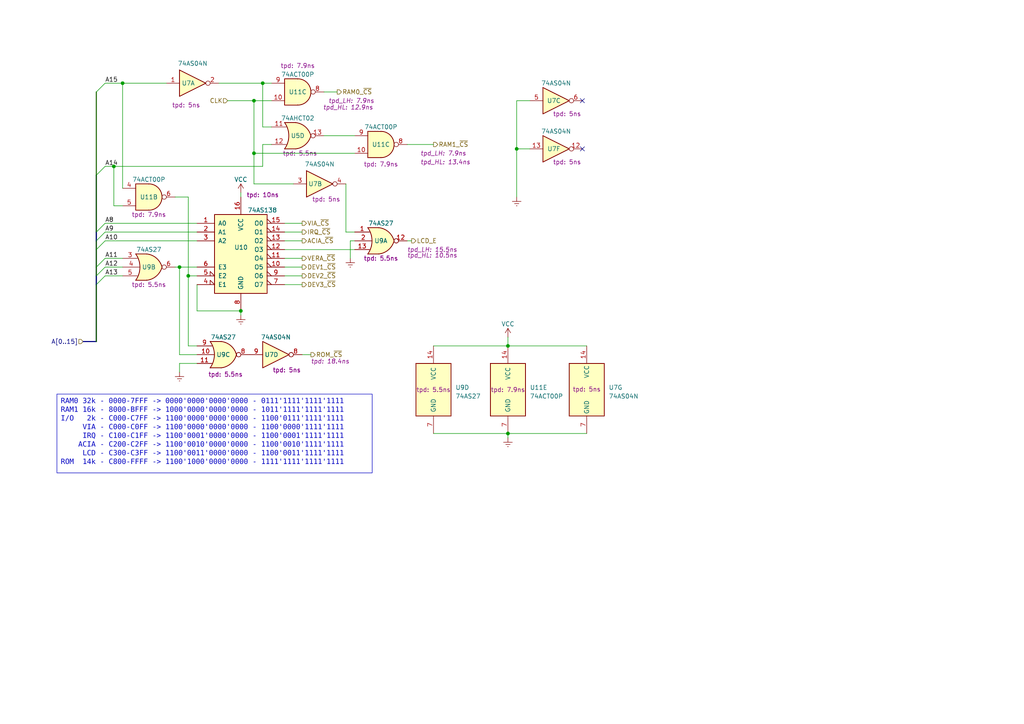
<source format=kicad_sch>
(kicad_sch (version 20230121) (generator eeschema)
  (paper "A4")
  (lib_symbols
    (symbol "74xx:74HCT00" (pin_names (offset 1.016))
      (property "Reference" "U" (at 0 1.27 0))
      (property "Value" "74HCT00" (at 0 -1.27 0))
      (symbol "74HCT00_1_1"
        (arc (start 0 -3.81) (mid 3.7934 0) (end 0 3.81) (stroke (width 0.254)) (fill (type background)))
        (polyline (pts (xy 0 3.81) (xy -3.81 3.81) (xy -3.81 -3.81) (xy 0 -3.81)) (stroke (width 0.254)) (fill (type background)))
        (pin input line (at -7.62 2.54 0) (length 3.81) (name "~") (number "1"))
        (pin input line (at -7.62 -2.54 0) (length 3.81) (name "~") (number "2"))
        (pin output inverted (at 7.62 0 180) (length 3.81) (name "~") (number "3"))
      )
      (symbol "74HCT00_1_2"
        (arc (start -3.81 -3.81) (mid -2.589 0) (end -3.81 3.81) (stroke (width 0.254)))
        (arc (start -0.6096 -3.81) (mid 2.1842 -2.5851) (end 3.81 0) (stroke (width 0.254)) (fill (type background)))
        (polyline (pts (xy -3.81 -3.81) (xy -0.635 -3.81)) (stroke (width 0.254)) (fill (type background)))
        (polyline (pts (xy -3.81 3.81) (xy -0.635 3.81)) (stroke (width 0.254)) (fill (type background)))
        (polyline (pts (xy -0.635 3.81) (xy -3.81 3.81) (xy -3.81 3.81) (xy -3.556 3.4036) (xy -3.0226 2.2606) (xy -2.6924 1.0414) (xy -2.6162 -0.254) (xy -2.7686 -1.4986) (xy -3.175 -2.7178) (xy -3.81 -3.81) (xy -3.81 -3.81) (xy -0.635 -3.81)) (stroke (width -25.4)) (fill (type background)))
        (arc (start 3.81 0) (mid 2.1915 2.5936) (end -0.6096 3.81) (stroke (width 0.254)) (fill (type background)))
        (pin input inverted (at -7.62 2.54 0) (length 4.318) (name "~") (number "1"))
        (pin input inverted (at -7.62 -2.54 0) (length 4.318) (name "~") (number "2"))
        (pin output line (at 7.62 0 180) (length 3.81) (name "~") (number "3"))
      )
      (symbol "74HCT00_2_1"
        (arc (start 0 -3.81) (mid 3.7934 0) (end 0 3.81) (stroke (width 0.254)) (fill (type background)))
        (polyline (pts (xy 0 3.81) (xy -3.81 3.81) (xy -3.81 -3.81) (xy 0 -3.81)) (stroke (width 0.254)) (fill (type background)))
        (pin input line (at -7.62 2.54 0) (length 3.81) (name "~") (number "4"))
        (pin input line (at -7.62 -2.54 0) (length 3.81) (name "~") (number "5"))
        (pin output inverted (at 7.62 0 180) (length 3.81) (name "~") (number "6"))
      )
      (symbol "74HCT00_2_2"
        (arc (start -3.81 -3.81) (mid -2.589 0) (end -3.81 3.81) (stroke (width 0.254)))
        (arc (start -0.6096 -3.81) (mid 2.1842 -2.5851) (end 3.81 0) (stroke (width 0.254)) (fill (type background)))
        (polyline (pts (xy -3.81 -3.81) (xy -0.635 -3.81)) (stroke (width 0.254)) (fill (type background)))
        (polyline (pts (xy -3.81 3.81) (xy -0.635 3.81)) (stroke (width 0.254)) (fill (type background)))
        (polyline (pts (xy -0.635 3.81) (xy -3.81 3.81) (xy -3.81 3.81) (xy -3.556 3.4036) (xy -3.0226 2.2606) (xy -2.6924 1.0414) (xy -2.6162 -0.254) (xy -2.7686 -1.4986) (xy -3.175 -2.7178) (xy -3.81 -3.81) (xy -3.81 -3.81) (xy -0.635 -3.81)) (stroke (width -25.4)) (fill (type background)))
        (arc (start 3.81 0) (mid 2.1915 2.5936) (end -0.6096 3.81) (stroke (width 0.254)) (fill (type background)))
        (pin input inverted (at -7.62 2.54 0) (length 4.318) (name "~") (number "4"))
        (pin input inverted (at -7.62 -2.54 0) (length 4.318) (name "~") (number "5"))
        (pin output line (at 7.62 0 180) (length 3.81) (name "~") (number "6"))
      )
      (symbol "74HCT00_3_1"
        (arc (start 0 -3.81) (mid 3.7934 0) (end 0 3.81) (stroke (width 0.254)) (fill (type background)))
        (polyline (pts (xy 0 3.81) (xy -3.81 3.81) (xy -3.81 -3.81) (xy 0 -3.81)) (stroke (width 0.254)) (fill (type background)))
        (pin input line (at -7.62 -2.54 0) (length 3.81) (name "~") (number "10"))
        (pin output inverted (at 7.62 0 180) (length 3.81) (name "~") (number "8"))
        (pin input line (at -7.62 2.54 0) (length 3.81) (name "~") (number "9"))
      )
      (symbol "74HCT00_3_2"
        (arc (start -3.81 -3.81) (mid -2.589 0) (end -3.81 3.81) (stroke (width 0.254)))
        (arc (start -0.6096 -3.81) (mid 2.1842 -2.5851) (end 3.81 0) (stroke (width 0.254)) (fill (type background)))
        (polyline (pts (xy -3.81 -3.81) (xy -0.635 -3.81)) (stroke (width 0.254)) (fill (type background)))
        (polyline (pts (xy -3.81 3.81) (xy -0.635 3.81)) (stroke (width 0.254)) (fill (type background)))
        (polyline (pts (xy -0.635 3.81) (xy -3.81 3.81) (xy -3.81 3.81) (xy -3.556 3.4036) (xy -3.0226 2.2606) (xy -2.6924 1.0414) (xy -2.6162 -0.254) (xy -2.7686 -1.4986) (xy -3.175 -2.7178) (xy -3.81 -3.81) (xy -3.81 -3.81) (xy -0.635 -3.81)) (stroke (width -25.4)) (fill (type background)))
        (arc (start 3.81 0) (mid 2.1915 2.5936) (end -0.6096 3.81) (stroke (width 0.254)) (fill (type background)))
        (pin input inverted (at -7.62 -2.54 0) (length 4.318) (name "~") (number "10"))
        (pin output line (at 7.62 0 180) (length 3.81) (name "~") (number "8"))
        (pin input inverted (at -7.62 2.54 0) (length 4.318) (name "~") (number "9"))
      )
      (symbol "74HCT00_4_1"
        (arc (start 0 -3.81) (mid 3.7934 0) (end 0 3.81) (stroke (width 0.254)) (fill (type background)))
        (polyline (pts (xy 0 3.81) (xy -3.81 3.81) (xy -3.81 -3.81) (xy 0 -3.81)) (stroke (width 0.254)) (fill (type background)))
        (pin output inverted (at 7.62 0 180) (length 3.81) (name "~") (number "11"))
        (pin input line (at -7.62 2.54 0) (length 3.81) (name "~") (number "12"))
        (pin input line (at -7.62 -2.54 0) (length 3.81) (name "~") (number "13"))
      )
      (symbol "74HCT00_4_2"
        (arc (start -3.81 -3.81) (mid -2.589 0) (end -3.81 3.81) (stroke (width 0.254)))
        (arc (start -0.6096 -3.81) (mid 2.1842 -2.5851) (end 3.81 0) (stroke (width 0.254)) (fill (type background)))
        (polyline (pts (xy -3.81 -3.81) (xy -0.635 -3.81)) (stroke (width 0.254)) (fill (type background)))
        (polyline (pts (xy -3.81 3.81) (xy -0.635 3.81)) (stroke (width 0.254)) (fill (type background)))
        (polyline (pts (xy -0.635 3.81) (xy -3.81 3.81) (xy -3.81 3.81) (xy -3.556 3.4036) (xy -3.0226 2.2606) (xy -2.6924 1.0414) (xy -2.6162 -0.254) (xy -2.7686 -1.4986) (xy -3.175 -2.7178) (xy -3.81 -3.81) (xy -3.81 -3.81) (xy -0.635 -3.81)) (stroke (width -25.4)) (fill (type background)))
        (arc (start 3.81 0) (mid 2.1915 2.5936) (end -0.6096 3.81) (stroke (width 0.254)) (fill (type background)))
        (pin output line (at 7.62 0 180) (length 3.81) (name "~") (number "11"))
        (pin input inverted (at -7.62 2.54 0) (length 4.318) (name "~") (number "12"))
        (pin input inverted (at -7.62 -2.54 0) (length 4.318) (name "~") (number "13"))
      )
      (symbol "74HCT00_5_0"
        (pin power_in line (at 0 12.7 270) (length 5.08) (name "VCC") (number "14"))
        (pin power_in line (at 0 -12.7 90) (length 5.08) (name "GND") (number "7"))
      )
      (symbol "74HCT00_5_1"
        (rectangle (start -5.08 7.62) (end 5.08 -7.62) (stroke (width 0.254)) (fill (type background)))
      )
    )
    (symbol "74xx:74HCT02" (pin_names (offset 1.016))
      (property "Reference" "U" (at 0 1.27 0))
      (property "Value" "74HCT02" (at 0 -1.27 0))
      (symbol "74HCT02_1_1"
        (arc (start -3.81 -3.81) (mid -2.589 0) (end -3.81 3.81) (stroke (width 0.254)))
        (arc (start -0.6096 -3.81) (mid 2.1842 -2.5851) (end 3.81 0) (stroke (width 0.254)) (fill (type background)))
        (polyline (pts (xy -3.81 -3.81) (xy -0.635 -3.81)) (stroke (width 0.254)) (fill (type background)))
        (polyline (pts (xy -3.81 3.81) (xy -0.635 3.81)) (stroke (width 0.254)) (fill (type background)))
        (polyline (pts (xy -0.635 3.81) (xy -3.81 3.81) (xy -3.81 3.81) (xy -3.556 3.4036) (xy -3.0226 2.2606) (xy -2.6924 1.0414) (xy -2.6162 -0.254) (xy -2.7686 -1.4986) (xy -3.175 -2.7178) (xy -3.81 -3.81) (xy -3.81 -3.81) (xy -0.635 -3.81)) (stroke (width -25.4)) (fill (type background)))
        (arc (start 3.81 0) (mid 2.1915 2.5936) (end -0.6096 3.81) (stroke (width 0.254)) (fill (type background)))
        (pin output inverted (at 7.62 0 180) (length 3.81) (name "~") (number "1"))
        (pin input line (at -7.62 2.54 0) (length 4.318) (name "~") (number "2"))
        (pin input line (at -7.62 -2.54 0) (length 4.318) (name "~") (number "3"))
      )
      (symbol "74HCT02_1_2"
        (arc (start 0 -3.81) (mid 3.7934 0) (end 0 3.81) (stroke (width 0.254)) (fill (type background)))
        (polyline (pts (xy 0 3.81) (xy -3.81 3.81) (xy -3.81 -3.81) (xy 0 -3.81)) (stroke (width 0.254)) (fill (type background)))
        (pin output line (at 7.62 0 180) (length 3.81) (name "~") (number "1"))
        (pin input inverted (at -7.62 2.54 0) (length 3.81) (name "~") (number "2"))
        (pin input inverted (at -7.62 -2.54 0) (length 3.81) (name "~") (number "3"))
      )
      (symbol "74HCT02_2_1"
        (arc (start -3.81 -3.81) (mid -2.589 0) (end -3.81 3.81) (stroke (width 0.254)))
        (arc (start -0.6096 -3.81) (mid 2.1842 -2.5851) (end 3.81 0) (stroke (width 0.254)) (fill (type background)))
        (polyline (pts (xy -3.81 -3.81) (xy -0.635 -3.81)) (stroke (width 0.254)) (fill (type background)))
        (polyline (pts (xy -3.81 3.81) (xy -0.635 3.81)) (stroke (width 0.254)) (fill (type background)))
        (polyline (pts (xy -0.635 3.81) (xy -3.81 3.81) (xy -3.81 3.81) (xy -3.556 3.4036) (xy -3.0226 2.2606) (xy -2.6924 1.0414) (xy -2.6162 -0.254) (xy -2.7686 -1.4986) (xy -3.175 -2.7178) (xy -3.81 -3.81) (xy -3.81 -3.81) (xy -0.635 -3.81)) (stroke (width -25.4)) (fill (type background)))
        (arc (start 3.81 0) (mid 2.1915 2.5936) (end -0.6096 3.81) (stroke (width 0.254)) (fill (type background)))
        (pin output inverted (at 7.62 0 180) (length 3.81) (name "~") (number "4"))
        (pin input line (at -7.62 2.54 0) (length 4.318) (name "~") (number "5"))
        (pin input line (at -7.62 -2.54 0) (length 4.318) (name "~") (number "6"))
      )
      (symbol "74HCT02_2_2"
        (arc (start 0 -3.81) (mid 3.7934 0) (end 0 3.81) (stroke (width 0.254)) (fill (type background)))
        (polyline (pts (xy 0 3.81) (xy -3.81 3.81) (xy -3.81 -3.81) (xy 0 -3.81)) (stroke (width 0.254)) (fill (type background)))
        (pin output line (at 7.62 0 180) (length 3.81) (name "~") (number "4"))
        (pin input inverted (at -7.62 2.54 0) (length 3.81) (name "~") (number "5"))
        (pin input inverted (at -7.62 -2.54 0) (length 3.81) (name "~") (number "6"))
      )
      (symbol "74HCT02_3_1"
        (arc (start -3.81 -3.81) (mid -2.589 0) (end -3.81 3.81) (stroke (width 0.254)))
        (arc (start -0.6096 -3.81) (mid 2.1842 -2.5851) (end 3.81 0) (stroke (width 0.254)) (fill (type background)))
        (polyline (pts (xy -3.81 -3.81) (xy -0.635 -3.81)) (stroke (width 0.254)) (fill (type background)))
        (polyline (pts (xy -3.81 3.81) (xy -0.635 3.81)) (stroke (width 0.254)) (fill (type background)))
        (polyline (pts (xy -0.635 3.81) (xy -3.81 3.81) (xy -3.81 3.81) (xy -3.556 3.4036) (xy -3.0226 2.2606) (xy -2.6924 1.0414) (xy -2.6162 -0.254) (xy -2.7686 -1.4986) (xy -3.175 -2.7178) (xy -3.81 -3.81) (xy -3.81 -3.81) (xy -0.635 -3.81)) (stroke (width -25.4)) (fill (type background)))
        (arc (start 3.81 0) (mid 2.1915 2.5936) (end -0.6096 3.81) (stroke (width 0.254)) (fill (type background)))
        (pin output inverted (at 7.62 0 180) (length 3.81) (name "~") (number "10"))
        (pin input line (at -7.62 2.54 0) (length 4.318) (name "~") (number "8"))
        (pin input line (at -7.62 -2.54 0) (length 4.318) (name "~") (number "9"))
      )
      (symbol "74HCT02_3_2"
        (arc (start 0 -3.81) (mid 3.7934 0) (end 0 3.81) (stroke (width 0.254)) (fill (type background)))
        (polyline (pts (xy 0 3.81) (xy -3.81 3.81) (xy -3.81 -3.81) (xy 0 -3.81)) (stroke (width 0.254)) (fill (type background)))
        (pin output line (at 7.62 0 180) (length 3.81) (name "~") (number "10"))
        (pin input inverted (at -7.62 2.54 0) (length 3.81) (name "~") (number "8"))
        (pin input inverted (at -7.62 -2.54 0) (length 3.81) (name "~") (number "9"))
      )
      (symbol "74HCT02_4_1"
        (arc (start -3.81 -3.81) (mid -2.589 0) (end -3.81 3.81) (stroke (width 0.254)))
        (arc (start -0.6096 -3.81) (mid 2.1842 -2.5851) (end 3.81 0) (stroke (width 0.254)) (fill (type background)))
        (polyline (pts (xy -3.81 -3.81) (xy -0.635 -3.81)) (stroke (width 0.254)) (fill (type background)))
        (polyline (pts (xy -3.81 3.81) (xy -0.635 3.81)) (stroke (width 0.254)) (fill (type background)))
        (polyline (pts (xy -0.635 3.81) (xy -3.81 3.81) (xy -3.81 3.81) (xy -3.556 3.4036) (xy -3.0226 2.2606) (xy -2.6924 1.0414) (xy -2.6162 -0.254) (xy -2.7686 -1.4986) (xy -3.175 -2.7178) (xy -3.81 -3.81) (xy -3.81 -3.81) (xy -0.635 -3.81)) (stroke (width -25.4)) (fill (type background)))
        (arc (start 3.81 0) (mid 2.1915 2.5936) (end -0.6096 3.81) (stroke (width 0.254)) (fill (type background)))
        (pin input line (at -7.62 2.54 0) (length 4.318) (name "~") (number "11"))
        (pin input line (at -7.62 -2.54 0) (length 4.318) (name "~") (number "12"))
        (pin output inverted (at 7.62 0 180) (length 3.81) (name "~") (number "13"))
      )
      (symbol "74HCT02_4_2"
        (arc (start 0 -3.81) (mid 3.7934 0) (end 0 3.81) (stroke (width 0.254)) (fill (type background)))
        (polyline (pts (xy 0 3.81) (xy -3.81 3.81) (xy -3.81 -3.81) (xy 0 -3.81)) (stroke (width 0.254)) (fill (type background)))
        (pin input inverted (at -7.62 2.54 0) (length 3.81) (name "~") (number "11"))
        (pin input inverted (at -7.62 -2.54 0) (length 3.81) (name "~") (number "12"))
        (pin output line (at 7.62 0 180) (length 3.81) (name "~") (number "13"))
      )
      (symbol "74HCT02_5_0"
        (pin power_in line (at 0 12.7 270) (length 5.08) (name "VCC") (number "14"))
        (pin power_in line (at 0 -12.7 90) (length 5.08) (name "GND") (number "7"))
      )
      (symbol "74HCT02_5_1"
        (rectangle (start -5.08 7.62) (end 5.08 -7.62) (stroke (width 0.254)) (fill (type background)))
      )
    )
    (symbol "74xx:74LS04"
      (property "Reference" "U" (at 0 1.27 0))
      (property "Value" "74LS04" (at 0 -1.27 0))
      (symbol "74LS04_1_0"
        (polyline (pts (xy -3.81 3.81) (xy -3.81 -3.81) (xy 3.81 0) (xy -3.81 3.81)) (stroke (width 0.254)) (fill (type background)))
        (pin input line (at -7.62 0 0) (length 3.81) (name "~") (number "1"))
        (pin output inverted (at 7.62 0 180) (length 3.81) (name "~") (number "2"))
      )
      (symbol "74LS04_2_0"
        (polyline (pts (xy -3.81 3.81) (xy -3.81 -3.81) (xy 3.81 0) (xy -3.81 3.81)) (stroke (width 0.254)) (fill (type background)))
        (pin input line (at -7.62 0 0) (length 3.81) (name "~") (number "3"))
        (pin output inverted (at 7.62 0 180) (length 3.81) (name "~") (number "4"))
      )
      (symbol "74LS04_3_0"
        (polyline (pts (xy -3.81 3.81) (xy -3.81 -3.81) (xy 3.81 0) (xy -3.81 3.81)) (stroke (width 0.254)) (fill (type background)))
        (pin input line (at -7.62 0 0) (length 3.81) (name "~") (number "5"))
        (pin output inverted (at 7.62 0 180) (length 3.81) (name "~") (number "6"))
      )
      (symbol "74LS04_4_0"
        (polyline (pts (xy -3.81 3.81) (xy -3.81 -3.81) (xy 3.81 0) (xy -3.81 3.81)) (stroke (width 0.254)) (fill (type background)))
        (pin output inverted (at 7.62 0 180) (length 3.81) (name "~") (number "8"))
        (pin input line (at -7.62 0 0) (length 3.81) (name "~") (number "9"))
      )
      (symbol "74LS04_5_0"
        (polyline (pts (xy -3.81 3.81) (xy -3.81 -3.81) (xy 3.81 0) (xy -3.81 3.81)) (stroke (width 0.254)) (fill (type background)))
        (pin output inverted (at 7.62 0 180) (length 3.81) (name "~") (number "10"))
        (pin input line (at -7.62 0 0) (length 3.81) (name "~") (number "11"))
      )
      (symbol "74LS04_6_0"
        (polyline (pts (xy -3.81 3.81) (xy -3.81 -3.81) (xy 3.81 0) (xy -3.81 3.81)) (stroke (width 0.254)) (fill (type background)))
        (pin output inverted (at 7.62 0 180) (length 3.81) (name "~") (number "12"))
        (pin input line (at -7.62 0 0) (length 3.81) (name "~") (number "13"))
      )
      (symbol "74LS04_7_0"
        (pin power_in line (at 0 12.7 270) (length 5.08) (name "VCC") (number "14"))
        (pin power_in line (at 0 -12.7 90) (length 5.08) (name "GND") (number "7"))
      )
      (symbol "74LS04_7_1"
        (rectangle (start -5.08 7.62) (end 5.08 -7.62) (stroke (width 0.254)) (fill (type background)))
      )
    )
    (symbol "74xx:74LS138" (pin_names (offset 1.016))
      (property "Reference" "U" (at -7.62 11.43 0))
      (property "Value" "74LS138" (at -7.62 -13.97 0))
      (symbol "74LS138_1_0"
        (pin input line (at -12.7 7.62 0) (length 5.08) (name "A0") (number "1"))
        (pin output output_low (at 12.7 -5.08 180) (length 5.08) (name "O5") (number "10"))
        (pin output output_low (at 12.7 -2.54 180) (length 5.08) (name "O4") (number "11"))
        (pin output output_low (at 12.7 0 180) (length 5.08) (name "O3") (number "12"))
        (pin output output_low (at 12.7 2.54 180) (length 5.08) (name "O2") (number "13"))
        (pin output output_low (at 12.7 5.08 180) (length 5.08) (name "O1") (number "14"))
        (pin output output_low (at 12.7 7.62 180) (length 5.08) (name "O0") (number "15"))
        (pin power_in line (at 0 15.24 270) (length 5.08) (name "VCC") (number "16"))
        (pin input line (at -12.7 5.08 0) (length 5.08) (name "A1") (number "2"))
        (pin input line (at -12.7 2.54 0) (length 5.08) (name "A2") (number "3"))
        (pin input input_low (at -12.7 -10.16 0) (length 5.08) (name "E1") (number "4"))
        (pin input input_low (at -12.7 -7.62 0) (length 5.08) (name "E2") (number "5"))
        (pin input line (at -12.7 -5.08 0) (length 5.08) (name "E3") (number "6"))
        (pin output output_low (at 12.7 -10.16 180) (length 5.08) (name "O7") (number "7"))
        (pin power_in line (at 0 -17.78 90) (length 5.08) (name "GND") (number "8"))
        (pin output output_low (at 12.7 -7.62 180) (length 5.08) (name "O6") (number "9"))
      )
      (symbol "74LS138_1_1"
        (rectangle (start -7.62 10.16) (end 7.62 -12.7) (stroke (width 0.254)) (fill (type background)))
      )
    )
    (symbol "74xx:74LS27" (pin_names (offset 1.016))
      (property "Reference" "U" (at 0 1.27 0))
      (property "Value" "74LS27" (at 0 -1.27 0))
      (symbol "74LS27_1_1"
        (arc (start -3.81 -3.81) (mid -2.589 0) (end -3.81 3.81) (stroke (width 0.254)))
        (arc (start -0.6096 -3.81) (mid 2.1842 -2.5851) (end 3.81 0) (stroke (width 0.254)) (fill (type background)))
        (polyline (pts (xy -3.81 -3.81) (xy -0.635 -3.81)) (stroke (width 0.254)) (fill (type background)))
        (polyline (pts (xy -3.81 3.81) (xy -0.635 3.81)) (stroke (width 0.254)) (fill (type background)))
        (polyline (pts (xy -0.635 3.81) (xy -3.81 3.81) (xy -3.81 3.81) (xy -3.556 3.4036) (xy -3.0226 2.2606) (xy -2.6924 1.0414) (xy -2.6162 -0.254) (xy -2.7686 -1.4986) (xy -3.175 -2.7178) (xy -3.81 -3.81) (xy -3.81 -3.81) (xy -0.635 -3.81)) (stroke (width -25.4)) (fill (type background)))
        (arc (start 3.81 0) (mid 2.1915 2.5936) (end -0.6096 3.81) (stroke (width 0.254)) (fill (type background)))
        (pin input line (at -7.62 2.54 0) (length 4.318) (name "~") (number "1"))
        (pin output inverted (at 7.62 0 180) (length 3.81) (name "~") (number "12"))
        (pin input line (at -7.62 -2.54 0) (length 4.318) (name "~") (number "13"))
        (pin input line (at -7.62 0 0) (length 4.953) (name "~") (number "2"))
      )
      (symbol "74LS27_1_2"
        (arc (start 0 -3.81) (mid 3.7934 0) (end 0 3.81) (stroke (width 0.254)) (fill (type background)))
        (polyline (pts (xy 0 3.81) (xy -3.81 3.81) (xy -3.81 -3.81) (xy 0 -3.81)) (stroke (width 0.254)) (fill (type background)))
        (pin input inverted (at -7.62 2.54 0) (length 3.81) (name "~") (number "1"))
        (pin output line (at 7.62 0 180) (length 3.81) (name "~") (number "12"))
        (pin input inverted (at -7.62 -2.54 0) (length 3.81) (name "~") (number "13"))
        (pin input inverted (at -7.62 0 0) (length 3.81) (name "~") (number "2"))
      )
      (symbol "74LS27_2_1"
        (arc (start -3.81 -3.81) (mid -2.589 0) (end -3.81 3.81) (stroke (width 0.254)))
        (arc (start -0.6096 -3.81) (mid 2.1842 -2.5851) (end 3.81 0) (stroke (width 0.254)) (fill (type background)))
        (polyline (pts (xy -3.81 -3.81) (xy -0.635 -3.81)) (stroke (width 0.254)) (fill (type background)))
        (polyline (pts (xy -3.81 3.81) (xy -0.635 3.81)) (stroke (width 0.254)) (fill (type background)))
        (polyline (pts (xy -0.635 3.81) (xy -3.81 3.81) (xy -3.81 3.81) (xy -3.556 3.4036) (xy -3.0226 2.2606) (xy -2.6924 1.0414) (xy -2.6162 -0.254) (xy -2.7686 -1.4986) (xy -3.175 -2.7178) (xy -3.81 -3.81) (xy -3.81 -3.81) (xy -0.635 -3.81)) (stroke (width -25.4)) (fill (type background)))
        (arc (start 3.81 0) (mid 2.1915 2.5936) (end -0.6096 3.81) (stroke (width 0.254)) (fill (type background)))
        (pin input line (at -7.62 2.54 0) (length 4.318) (name "~") (number "3"))
        (pin input line (at -7.62 0 0) (length 4.953) (name "~") (number "4"))
        (pin input line (at -7.62 -2.54 0) (length 4.318) (name "~") (number "5"))
        (pin output inverted (at 7.62 0 180) (length 3.81) (name "~") (number "6"))
      )
      (symbol "74LS27_2_2"
        (arc (start 0 -3.81) (mid 3.7934 0) (end 0 3.81) (stroke (width 0.254)) (fill (type background)))
        (polyline (pts (xy 0 3.81) (xy -3.81 3.81) (xy -3.81 -3.81) (xy 0 -3.81)) (stroke (width 0.254)) (fill (type background)))
        (pin input inverted (at -7.62 2.54 0) (length 3.81) (name "~") (number "3"))
        (pin input inverted (at -7.62 0 0) (length 3.81) (name "~") (number "4"))
        (pin input inverted (at -7.62 -2.54 0) (length 3.81) (name "~") (number "5"))
        (pin output line (at 7.62 0 180) (length 3.81) (name "~") (number "6"))
      )
      (symbol "74LS27_3_1"
        (arc (start -3.81 -3.81) (mid -2.589 0) (end -3.81 3.81) (stroke (width 0.254)))
        (arc (start -0.6096 -3.81) (mid 2.1842 -2.5851) (end 3.81 0) (stroke (width 0.254)) (fill (type background)))
        (polyline (pts (xy -3.81 -3.81) (xy -0.635 -3.81)) (stroke (width 0.254)) (fill (type background)))
        (polyline (pts (xy -3.81 3.81) (xy -0.635 3.81)) (stroke (width 0.254)) (fill (type background)))
        (polyline (pts (xy -0.635 3.81) (xy -3.81 3.81) (xy -3.81 3.81) (xy -3.556 3.4036) (xy -3.0226 2.2606) (xy -2.6924 1.0414) (xy -2.6162 -0.254) (xy -2.7686 -1.4986) (xy -3.175 -2.7178) (xy -3.81 -3.81) (xy -3.81 -3.81) (xy -0.635 -3.81)) (stroke (width -25.4)) (fill (type background)))
        (arc (start 3.81 0) (mid 2.1915 2.5936) (end -0.6096 3.81) (stroke (width 0.254)) (fill (type background)))
        (pin input line (at -7.62 0 0) (length 4.953) (name "~") (number "10"))
        (pin input line (at -7.62 -2.54 0) (length 4.318) (name "~") (number "11"))
        (pin output inverted (at 7.62 0 180) (length 3.81) (name "~") (number "8"))
        (pin input line (at -7.62 2.54 0) (length 4.318) (name "~") (number "9"))
      )
      (symbol "74LS27_3_2"
        (arc (start 0 -3.81) (mid 3.7934 0) (end 0 3.81) (stroke (width 0.254)) (fill (type background)))
        (polyline (pts (xy 0 3.81) (xy -3.81 3.81) (xy -3.81 -3.81) (xy 0 -3.81)) (stroke (width 0.254)) (fill (type background)))
        (pin input inverted (at -7.62 0 0) (length 3.81) (name "~") (number "10"))
        (pin input inverted (at -7.62 -2.54 0) (length 3.81) (name "~") (number "11"))
        (pin output line (at 7.62 0 180) (length 3.81) (name "~") (number "8"))
        (pin input inverted (at -7.62 2.54 0) (length 3.81) (name "~") (number "9"))
      )
      (symbol "74LS27_4_0"
        (pin power_in line (at 0 12.7 270) (length 5.08) (name "VCC") (number "14"))
        (pin power_in line (at 0 -12.7 90) (length 5.08) (name "GND") (number "7"))
      )
      (symbol "74LS27_4_1"
        (rectangle (start -5.08 7.62) (end 5.08 -7.62) (stroke (width 0.254)) (fill (type background)))
      )
    )
    (symbol "power:Earth" (power) (pin_names (offset 0))
      (symbol "Earth_0_1"
        (polyline (pts (xy -0.635 -1.905) (xy 0.635 -1.905)))
        (polyline (pts (xy -0.127 -2.54) (xy 0.127 -2.54)))
        (polyline (pts (xy 0 -1.27) (xy 0 0)))
        (polyline (pts (xy 1.27 -1.27) (xy -1.27 -1.27)))
      )
      (symbol "Earth_1_1"
        (pin power_in line (at 0 0 270) (length 0) hide (name "Earth") (number "1"))
      )
    )
    (symbol "power:VCC" (power) (pin_names (offset 0))
      (property "Value" "VCC" (at 0 3.81 0))
      (symbol "VCC_0_1"
        (polyline (pts (xy -0.762 1.27) (xy 0 2.54)))
        (polyline (pts (xy 0 0) (xy 0 2.54)))
        (polyline (pts (xy 0 2.54) (xy 0.762 1.27)))
      )
      (symbol "VCC_1_1"
        (pin power_in line (at 0 0 90) (length 0) hide (name "VCC") (number "1"))
      )
    )
  )
  (junction (at 33.02 48.26))
  (junction (at 35.56 24.13))
  (junction (at 69.85 90.17))
  (junction (at 73.66 29.21))
  (junction (at 147.32 125.73))
  (junction (at 52.07 77.47))
  (junction (at 76.2 24.13))
  (junction (at 149.86 43.18))
  (junction (at 73.66 44.45))
  (junction (at 54.61 80.01))
  (junction (at 147.32 100.33))
  (no_connect (at 168.91 29.21))
  (no_connect (at 168.91 43.18))
  (bus_entry (at 27.94 82.55) (size 2.54 -2.54))
  (bus_entry (at 27.94 77.47) (size 2.54 -2.54))
  (bus_entry (at 27.94 69.85) (size 2.54 -2.54))
  (bus_entry (at 27.94 67.31) (size 2.54 -2.54))
  (bus_entry (at 27.94 80.01) (size 2.54 -2.54))
  (bus_entry (at 27.94 50.8) (size 2.54 -2.54))
  (bus_entry (at 27.94 26.67) (size 2.54 -2.54))
  (bus_entry (at 27.94 72.39) (size 2.54 -2.54))
  (wire (pts (xy 33.02 59.69) (xy 35.56 59.69)))
  (wire (pts (xy 69.85 55.88) (xy 69.85 57.15)))
  (wire (pts (xy 30.48 77.47) (xy 35.56 77.47)))
  (wire (pts (xy 50.8 77.47) (xy 52.07 77.47)))
  (wire (pts (xy 35.56 24.13) (xy 48.26 24.13)))
  (bus (pts (xy 27.94 77.47) (xy 27.94 80.01)))
  (wire (pts (xy 147.32 100.33) (xy 170.18 100.33)))
  (wire (pts (xy 101.6 69.85) (xy 101.6 74.93)))
  (wire (pts (xy 52.07 105.41) (xy 52.07 107.95)))
  (bus (pts (xy 27.94 69.85) (xy 27.94 72.39)) (stroke (width 0) (color 27 101 1 1)))
  (wire (pts (xy 147.32 127) (xy 147.32 125.73)))
  (bus (pts (xy 27.94 67.31) (xy 27.94 69.85)))
  (bus (pts (xy 24.13 99.06) (xy 27.94 99.06)))
  (wire (pts (xy 82.55 69.85) (xy 87.63 69.85)))
  (bus (pts (xy 27.94 80.01) (xy 27.94 82.55)) (stroke (width 0) (color 27 101 1 1)))
  (wire (pts (xy 54.61 80.01) (xy 54.61 100.33)))
  (wire (pts (xy 93.98 26.67) (xy 97.79 26.67)))
  (wire (pts (xy 54.61 100.33) (xy 57.15 100.33)))
  (wire (pts (xy 54.61 80.01) (xy 57.15 80.01)))
  (wire (pts (xy 73.66 29.21) (xy 78.74 29.21)))
  (wire (pts (xy 119.38 69.85) (xy 118.11 69.85)))
  (wire (pts (xy 149.86 43.18) (xy 153.67 43.18)))
  (bus (pts (xy 27.94 72.39) (xy 27.94 77.47)) (stroke (width 0) (color 27 101 1 1)))
  (wire (pts (xy 57.15 90.17) (xy 69.85 90.17)))
  (wire (pts (xy 93.98 39.37) (xy 102.87 39.37)))
  (bus (pts (xy 27.94 69.85) (xy 27.94 72.39)))
  (wire (pts (xy 87.63 102.87) (xy 90.17 102.87)))
  (wire (pts (xy 85.09 53.34) (xy 73.66 53.34)))
  (wire (pts (xy 73.66 44.45) (xy 73.66 53.34)))
  (wire (pts (xy 57.15 82.55) (xy 57.15 90.17)))
  (wire (pts (xy 76.2 36.83) (xy 76.2 24.13)))
  (bus (pts (xy 27.94 72.39) (xy 27.94 77.47)))
  (wire (pts (xy 50.8 57.15) (xy 54.61 57.15)))
  (wire (pts (xy 82.55 74.93) (xy 87.63 74.93)))
  (wire (pts (xy 153.67 29.21) (xy 149.86 29.21)))
  (wire (pts (xy 147.32 125.73) (xy 170.18 125.73)))
  (wire (pts (xy 82.55 72.39) (xy 102.87 72.39)))
  (wire (pts (xy 52.07 105.41) (xy 57.15 105.41)))
  (wire (pts (xy 78.74 36.83) (xy 76.2 36.83)))
  (wire (pts (xy 76.2 48.26) (xy 76.2 41.91)))
  (wire (pts (xy 102.87 44.45) (xy 73.66 44.45)))
  (wire (pts (xy 30.48 48.26) (xy 33.02 48.26)))
  (wire (pts (xy 33.02 48.26) (xy 76.2 48.26)))
  (bus (pts (xy 27.94 50.8) (xy 27.94 67.31)) (stroke (width 0) (color 27 101 1 1)))
  (wire (pts (xy 82.55 64.77) (xy 87.63 64.77)))
  (wire (pts (xy 149.86 43.18) (xy 149.86 57.15)))
  (wire (pts (xy 149.86 29.21) (xy 149.86 43.18)))
  (bus (pts (xy 27.94 26.67) (xy 27.94 50.8)) (stroke (width 0) (color 27 101 1 1)))
  (bus (pts (xy 27.94 77.47) (xy 27.94 80.01)) (stroke (width 0) (color 27 101 1 1)))
  (wire (pts (xy 82.55 77.47) (xy 87.63 77.47)))
  (wire (pts (xy 125.73 125.73) (xy 147.32 125.73)))
  (wire (pts (xy 102.87 69.85) (xy 101.6 69.85)))
  (wire (pts (xy 35.56 24.13) (xy 35.56 54.61)))
  (wire (pts (xy 82.55 82.55) (xy 87.63 82.55)))
  (wire (pts (xy 66.04 29.21) (xy 73.66 29.21)))
  (wire (pts (xy 73.66 29.21) (xy 73.66 44.45)))
  (wire (pts (xy 76.2 24.13) (xy 78.74 24.13)))
  (wire (pts (xy 147.32 100.33) (xy 147.32 97.79)))
  (wire (pts (xy 125.73 100.33) (xy 147.32 100.33)))
  (wire (pts (xy 82.55 67.31) (xy 87.63 67.31)))
  (wire (pts (xy 82.55 80.01) (xy 87.63 80.01)))
  (wire (pts (xy 30.48 69.85) (xy 57.15 69.85)))
  (wire (pts (xy 69.85 90.17) (xy 69.85 91.44)))
  (wire (pts (xy 52.07 102.87) (xy 52.07 77.47)))
  (wire (pts (xy 30.48 64.77) (xy 57.15 64.77)))
  (wire (pts (xy 100.33 67.31) (xy 102.87 67.31)))
  (bus (pts (xy 27.94 67.31) (xy 27.94 69.85)) (stroke (width 0) (color 27 101 1 1)))
  (wire (pts (xy 57.15 102.87) (xy 52.07 102.87)))
  (bus (pts (xy 27.94 82.55) (xy 27.94 99.06)))
  (wire (pts (xy 100.33 53.34) (xy 100.33 67.31)))
  (bus (pts (xy 27.94 82.55) (xy 27.94 99.06)) (stroke (width 0) (color 27 101 1 1)))
  (bus (pts (xy 27.94 50.8) (xy 27.94 67.31)))
  (wire (pts (xy 30.48 74.93) (xy 35.56 74.93)))
  (wire (pts (xy 63.5 24.13) (xy 76.2 24.13)))
  (wire (pts (xy 30.48 80.01) (xy 35.56 80.01)))
  (wire (pts (xy 30.48 24.13) (xy 35.56 24.13)))
  (wire (pts (xy 30.48 67.31) (xy 57.15 67.31)))
  (wire (pts (xy 54.61 57.15) (xy 54.61 80.01)))
  (wire (pts (xy 76.2 41.91) (xy 78.74 41.91)))
  (wire (pts (xy 33.02 48.26) (xy 33.02 59.69)))
  (bus (pts (xy 27.94 80.01) (xy 27.94 82.55)))
  (wire (pts (xy 118.11 41.91) (xy 125.73 41.91)))
  (wire (pts (xy 52.07 77.47) (xy 57.15 77.47)))
  (text_box "RAM0 32k - 0000-7FFF -> 0000'0000'0000'0000 - 0111'1111'1111'1111\nRAM1 16k - 8000-BFFF -> 1000'0000'0000'0000 - 1011'1111'1111'1111\nI/O   2k - C000-C7FF -> 1100'0000'0000'0000 - 1100'0111'1111'1111\n     VIA - C000-C0FF -> 1100'0000'0000'0000 - 1100'0000'1111'1111\n     IRQ - C100-C1FF -> 1100'0001'0000'0000 - 1100'0001'1111'1111\n    ACIA - C200-C2FF -> 1100'0010'0000'0000 - 1100'0010'1111'1111\n     LCD - C300-C3FF -> 1100'0011'0000'0000 - 1100'0011'1111'1111\nROM  14k - C800-FFFF -> 1100'1000'0000'0000 - 1111'1111'1111'1111\n" (at 16.51 114.3 0) (size 91.44 22.86) (effects (font (size 1.5 1.5)) (justify left top)))
  (label "A10" (at 30.48 69.85 0))
  (label "A9" (at 30.48 67.31 0))
  (label "A15" (at 30.48 24.13 0))
  (label "A11" (at 30.48 74.93 0))
  (label "A12" (at 30.48 77.47 0))
  (label "A8" (at 30.48 64.77 0))
  (label "A13" (at 30.48 80.01 0))
  (label "A14" (at 30.48 48.26 0))
  (hierarchical_label "ACIA_~{CS}" (shape output) (at 87.63 69.85 0))
  (hierarchical_label "VIA_~{CS}" (shape output) (at 87.63 64.77 0))
  (hierarchical_label "DEV3_~{CS}" (shape output) (at 87.63 82.55 0))
  (hierarchical_label "DEV1_~{CS}" (shape output) (at 87.63 77.47 0))
  (hierarchical_label "RAM1_~{CS}" (shape output) (at 125.73 41.91 0) (property "tpd_HL" "13.4ns" (at 121.92 46.99 0) (show_name) (effects (font italic) (justify left))) (property "tpd_LH" "7.9ns" (at 121.92 44.45 0) (show_name) (effects (font italic) (justify left))))
  (hierarchical_label "A[0..15]" (shape input) (at 24.13 99.06 180))
  (hierarchical_label "VERA_~{CS}" (shape output) (at 87.63 74.93 0))
  (hierarchical_label "CLK" (shape input) (at 66.04 29.21 180))
  (hierarchical_label "ROM_~{CS}" (shape output) (at 90.17 102.87 0) (property "tpd" "18.4ns" (at 90.17 104.775 0) (show_name) (effects (font italic) (justify left))))
  (hierarchical_label "IRQ_~{CS}" (shape output) (at 87.63 67.31 0))
  (hierarchical_label "LCD_E" (shape output) (at 119.38 69.85 0) (property "tpd_LH" "15.5ns" (at 118.11 72.39 0) (show_name) (effects (font italic) (justify left))) (property "tpd_HL" "10.5ns" (at 118.11 74.041 0) (show_name) (effects (font italic) (justify left))))
  (hierarchical_label "DEV2_~{CS}" (shape output) (at 87.63 80.01 0))
  (hierarchical_label "RAM0_~{CS}" (shape output) (at 97.79 26.67 0) (property "tpd_LH" "7.9ns" (at 95.25 29.21 0) (show_name) (effects (font italic) (justify left))) (property "tpd_HL" "12.9ns" (at 100.965 31.115 0) (show_name) (effects (font italic))))
  (symbol (lib_id "74xx:74LS04") (at 161.29 43.18 0) (unit 6)
    (property "Reference" "U7" (at 160.655 43.18 0))
    (property "Value" "74AS04N" (at 161.29 38.1 0))
    (property "Datasheet" "http://www.ti.com/lit/gpn/sn74AS04" (effects hide))
    (property "tpd" "5ns" (at 164.465 46.99 0) (show_name))
    (instances (project "rod6502" (path "" (reference "U7") (unit 6)) (path "" (reference "U8") (unit 6))))
  )
  (symbol (lib_id "74xx:74LS27") (at 43.18 77.47 0) (unit 2)
    (property "Reference" "U9" (at 43.18 77.47 0))
    (property "Value" "74AS27" (at 43.18 72.39 0))
    (property "Datasheet" "http://www.ti.com/lit/gpn/sn74AS27" (effects hide))
    (property "tpd" "5.5ns" (at 43.18 82.55 0) (show_name))
  )
  (symbol (lib_id "74xx:74LS04") (at 161.29 29.21 0) (unit 3)
    (property "Reference" "U7" (at 160.655 29.21 0))
    (property "Value" "74AS04N" (at 161.29 24.13 0))
    (property "Datasheet" "http://www.ti.com/lit/gpn/sn74AS04" (effects hide))
    (property "tpd" "5ns" (at 164.465 33.02 0) (show_name))
    (instances (project "rod6502" (path "" (reference "U7") (unit 3)) (path "" (reference "U8") (unit 3))))
  )
  (symbol (lib_id "74xx:74HCT02") (at 86.36 39.37 0) (unit 4)
    (property "Reference" "U5" (at 86.36 39.37 0))
    (property "Value" "74AHCT02" (at 86.36 34.29 0))
    (property "Datasheet" "https://assets.nexperia.com/documents/data-sheet/74AHC_AHCT02.pdf" (effects hide))
    (property "tpd" "5.5ns" (at 86.995 44.45 0) (show_name))
    (instances (project "rod6502" (path "" (reference "U5") (unit 4)) (path "" (reference "U5") (unit 2))))
  )
  (symbol (lib_id "74xx:74LS27") (at 64.77 102.87 0) (unit 3)
    (property "Reference" "U9" (at 64.77 102.87 0))
    (property "Value" "74AS27" (at 64.77 97.79 0))
    (property "Datasheet" "http://www.ti.com/lit/gpn/sn74AS27" (effects hide))
    (property "tpd" "5.5ns" (at 65.405 108.585 0) (show_name))
    (instances (project "rod6502" (path "" (reference "U9") (unit 3)) (path "" (reference "U8") (unit 3))))
  )
  (symbol (lib_id "74xx:74HCT00") (at 86.36 26.67 0) (unit 3)
    (property "Reference" "U11" (at 86.36 26.67 0))
    (property "Value" "74ACT00P" (at 86.3517 21.59 0))
    (property "Datasheet" "https://toshiba.semicon-storage.com/info/TC74ACT00P_datasheet_en_20220525.pdf?did=3200&prodName=TC74ACT00P" (effects hide))
    (property "tpd" "7.9ns" (at 86.36 19.05 0) (show_name))
    (instances (project "rod6502" (path "" (reference "U11") (unit 3)) (path "" (reference "U8") (unit 1))))
  )
  (symbol (lib_id "power:Earth") (at 149.86 57.15 0) (unit 1)
    (property "Reference" "#PWR018" (effects hide))
    (property "Value" "Earth" (effects hide))
  )
  (symbol (lib_id "74xx:74LS27") (at 125.73 113.03 0) (unit 4)
    (property "Reference" "U9" (at 132.08 112.395 0) (effects (justify left)))
    (property "Value" "74AS27" (at 132.08 114.935 0) (effects (justify left)))
    (property "Datasheet" "http://www.ti.com/lit/gpn/sn74AS27" (effects hide))
    (property "tpd" "5.5ns" (at 125.73 113.03 0) (show_name))
  )
  (symbol (lib_id "power:Earth") (at 69.85 91.44 0) (unit 1)
    (property "Reference" "#PWR020" (effects hide))
    (property "Value" "Earth" (effects hide))
  )
  (symbol (lib_id "74xx:74LS04") (at 170.18 113.03 0) (unit 7)
    (property "Reference" "U7" (at 176.53 112.395 0) (effects (justify left)))
    (property "Value" "74AS04N" (at 176.53 114.935 0) (effects (justify left)))
    (property "Datasheet" "http://www.ti.com/lit/gpn/sn74AS04" (effects hide))
    (property "tpd" "5ns" (at 170.18 112.903 0) (show_name))
  )
  (symbol (lib_id "power:VCC") (at 147.32 97.79 0) (unit 1)
    (property "Reference" "#PWR021" (effects hide))
    (property "Value" "+5v" (at 147.32 93.98 0))
  )
  (symbol (lib_id "74xx:74LS138") (at 69.85 72.39 0) (unit 1)
    (property "Reference" "U10" (at 67.945 71.755 0) (effects (justify left)))
    (property "Value" "74AS138" (at 71.8059 60.96 0) (effects (justify left)))
    (property "Datasheet" "http://www.ti.com/lit/gpn/sn74AS138" (effects hide))
    (property "tpd" "10ns" (at 76.2 56.515 0) (show_name))
  )
  (symbol (lib_id "74xx:74HCT00") (at 147.32 113.03 0) (unit 5)
    (property "Reference" "U11" (at 153.67 112.395 0) (effects (justify left)))
    (property "Value" "74ACT00P" (at 153.67 114.935 0) (effects (justify left)))
    (property "Datasheet" "https://toshiba.semicon-storage.com/info/TC74ACT00P_datasheet_en_20220525.pdf?did=3200&prodName=TC74ACT00P" (effects hide))
    (property "tpd" "7.9ns" (at 147.32 113.03 0) (show_name))
    (instances (project "rod6502" (path "" (reference "U11") (unit 5)) (path "" (reference "U8") (unit 5))))
  )
  (symbol (lib_id "74xx:74LS27") (at 110.49 69.85 0) (unit 1)
    (property "Reference" "U9" (at 110.49 69.85 0))
    (property "Value" "74AS27" (at 110.49 64.77 0))
    (property "Datasheet" "http://www.ti.com/lit/gpn/sn74AS27" (effects hide))
    (property "tpd" "5.5ns" (at 110.49 74.93 0) (show_name))
  )
  (symbol (lib_id "power:Earth") (at 101.6 74.93 0) (unit 1)
    (property "Reference" "#PWR019" (effects hide))
    (property "Value" "Earth" (effects hide))
  )
  (symbol (lib_id "74xx:74LS04") (at 55.88 24.13 0) (unit 1)
    (property "Reference" "U7" (at 54.61 24.13 0))
    (property "Value" "74AS04N" (at 55.88 18.415 0))
    (property "Datasheet" "http://www.ti.com/lit/gpn/sn74AS04" (effects hide))
    (property "tpd" "5ns" (at 53.975 30.48 0) (show_name))
  )
  (symbol (lib_id "power:Earth") (at 147.32 127 0) (unit 1)
    (property "Reference" "#PWR023" (effects hide))
    (property "Value" "Earth" (effects hide))
  )
  (symbol (lib_id "power:VCC") (at 69.85 55.88 0) (unit 1)
    (property "Reference" "#PWR017" (effects hide))
    (property "Value" "+5v" (at 69.85 52.07 0))
  )
  (symbol (lib_id "74xx:74HCT00") (at 43.18 57.15 0) (unit 2)
    (property "Reference" "U11" (at 43.18 57.15 0))
    (property "Value" "74ACT00P" (at 43.1717 52.07 0))
    (property "Datasheet" "https://toshiba.semicon-storage.com/info/TC74ACT00P_datasheet_en_20220525.pdf?did=3200&prodName=TC74ACT00P" (effects hide))
    (property "tpd" "7.9ns" (at 43.18 62.23 0) (show_name))
    (instances (project "rod6502" (path "" (reference "U11") (unit 2)) (path "" (reference "U8") (unit 2))))
  )
  (symbol (lib_id "74xx:74LS04") (at 92.71 53.34 0) (unit 2)
    (property "Reference" "U7" (at 91.44 53.34 0))
    (property "Value" "74AS04N" (at 92.71 47.625 0))
    (property "Datasheet" "http://www.ti.com/lit/gpn/sn74AS04" (effects hide))
    (property "tpd" "5ns" (at 94.615 57.785 0) (show_name))
  )
  (symbol (lib_id "74xx:74HCT00") (at 110.49 41.91 0) (unit 3)
    (property "Reference" "U11" (at 110.49 41.91 0))
    (property "Value" "74ACT00P" (at 110.4817 36.83 0))
    (property "Datasheet" "https://toshiba.semicon-storage.com/info/TC74ACT00P_datasheet_en_20220525.pdf?did=3200&prodName=TC74ACT00P" (effects hide))
    (property "tpd" "7.9ns" (at 110.49 47.625 0) (show_name))
    (instances (project "rod6502" (path "" (reference "U11") (unit 3)) (path "" (reference "U8") (unit 4))))
  )
  (symbol (lib_id "power:Earth") (at 52.07 107.95 0) (unit 1)
    (property "Reference" "#PWR022" (effects hide))
    (property "Value" "Earth" (effects hide))
  )
  (symbol (lib_id "74xx:74LS04") (at 80.01 102.87 0) (unit 4)
    (property "Reference" "U7" (at 78.74 102.87 0))
    (property "Value" "74AS04N" (at 80.01 97.79 0))
    (property "Datasheet" "http://www.ti.com/lit/gpn/sn74AS04" (effects hide))
    (property "tpd" "5ns" (at 83.185 107.315 0) (show_name))
  )
)
</source>
